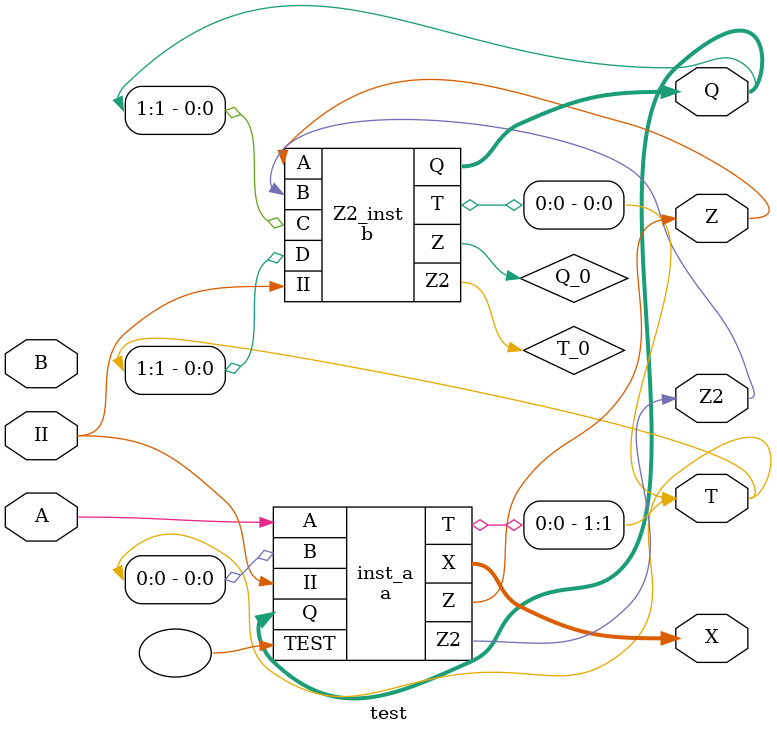
<source format=v>
module BUFFER(X, A );
output X;
input  A;

endmodule

module a ( TEST, Q, Z, Z2, T, A, B, X, II);
input TEST;
output Z;
output Z2;
output T;
output [2:5] X; 
input [15:0] Q;
input  A;
input  B;
input  II;

endmodule

module b ( Q, Z, Z2, T, A, B, C, D, II);
output Z;
output Z2;
output T;
output [15:0] Q;
input  A;
input  B;
input  C;
input  D;
input  II;
endmodule

module c ( W, Z, Z2, T, A, B, C, D,X,Y,II);
output Z;
output Z2;
output T;
input [7:0] W;
input [2:5] X;
input [2:5] Y;
input  A;
input  B;
input  C;
input  D;
input  II;
wire f,g,h,i,j,k,l;

 and2x1 inst1 (.Z(f), .A(A), .B(B));
 and2x1 inst2 (.Z(g), .A(f), .B(C));
 and2x1 inst3 (.Z(T), .A(f), .B(g));
 and2x1 inst4 (.Z(Z), .A(D), .B(g));

endmodule

module test ( X, Q, T, Z, Z2, A,B, II);
output Z;
output [2:5] X;
output [15:0] Q;
output Z2;
output [1:0] T;
input  A;
input  B;
input  II;

 a inst_a (.TEST(), .Q(Q), .Z(Z), .Z2(Z2), .T(T[1]), .A(A), .B(T[0]), .X(X), .II(II));
 b Z2_inst (.Q(Q), .Z(Q_0), .Z2(T_0), .T(T[0]), .A(Z), .B(Z2), .C(Q[1]), .D(T[1]), .II(II));
 c inst_C  (.W({Z2,T[1],T[1:0],Q[3],Q[2:0]}), .X(X[2:5]), .Y(Xx), .II(II));

endmodule

</source>
